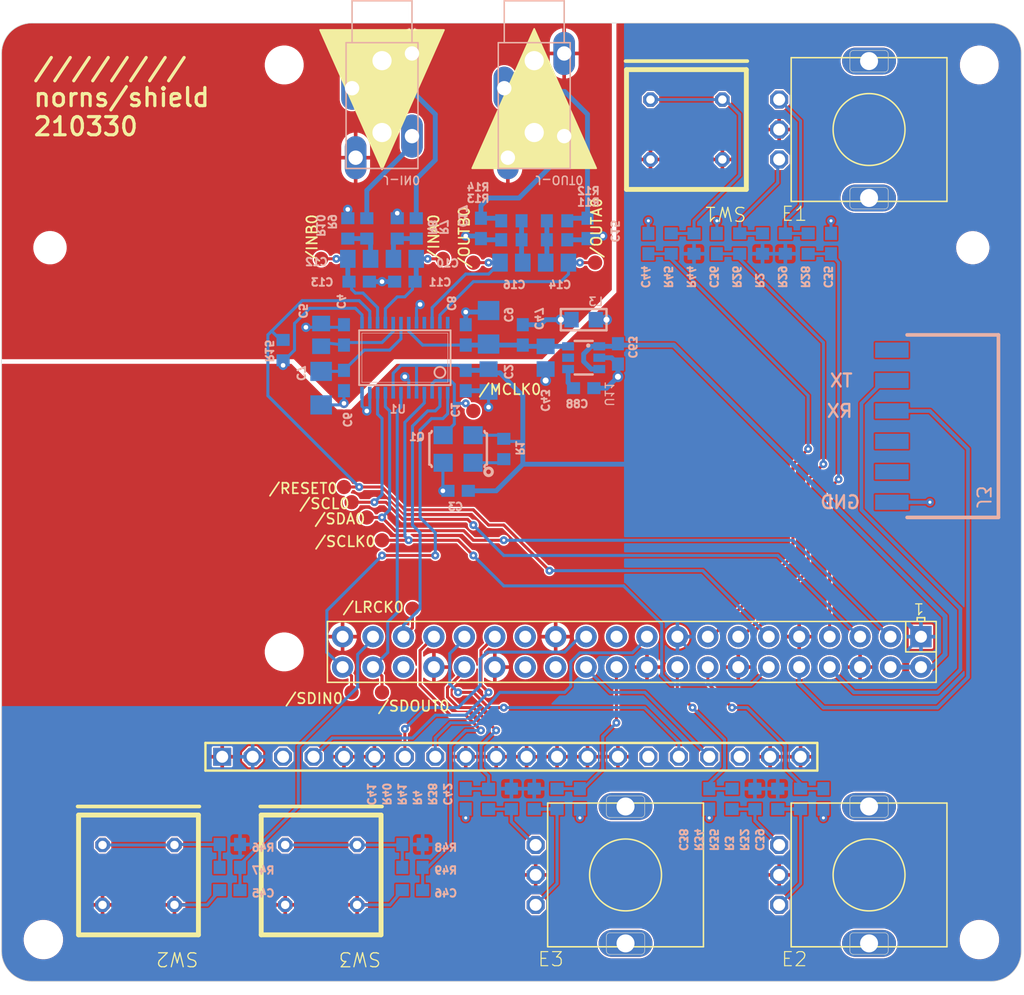
<source format=kicad_pcb>
(kicad_pcb (version 20240108) (generator "pcbnew") (generator_version "8.0")
  (layers (0 "F.Cu" signal) (31 "B.Cu" signal) (34 "B.Paste" user) (35 "F.Paste" user) (36 "B.SilkS" user "B.Silkscreen") (37 "F.SilkS" user "F.Silkscreen") (38 "B.Mask" user) (39 "F.Mask" user) (44 "Edge.Cuts" user))
  (net 0 "")
  (net 1 "LRCK")
  (net 2 "SCLK")
  (net 3 "+3V3")
  (net 4 "GND")
  (net 5 "SDA")
  (net 6 "N$1")
  (net 7 "N$4")
  (net 8 "N$5")
  (net 9 "INA")
  (net 10 "INB")
  (net 11 "AGND")
  (net 12 "OUTA")
  (net 13 "OUTB")
  (net 14 "N$9")
  (net 15 "N$10")
  (net 16 "N$12")
  (net 17 "N$14")
  (net 18 "N$15")
  (net 19 "N$13")
  (net 20 "N$16")
  (net 21 "+5V")
  (net 22 "MCLK")
  (net 23 "R-CODEC")
  (net 24 "SDOUT")
  (net 25 "SDIN")
  (net 26 "SCL")
  (net 27 "TX")
  (net 28 "RX")
  (net 29 "N$19")
  (net 30 "N$18")
  (net 31 "A1")
  (net 32 "B1")
  (net 33 "N$22")
  (net 34 "N$25")
  (net 35 "N$27")
  (net 36 "N$28")
  (net 37 "B2")
  (net 38 "A2")
  (net 39 "B3")
  (net 40 "A3")
  (net 41 "K1")
  (net 42 "K2")
  (net 43 "K3")
  (net 44 "O_RESET")
  (net 45 "O_DC")
  (net 46 "CE0")
  (net 47 "SCK")
  (net 48 "MOSI")
  (net 49 "N$2")
  (net 50 "N$3")
  (net 51 "N$6")
  (net 52 "N$58")
  (net 53 "A5V")
  (net 54 "N$7")
  (footprint "norns-shield-210330:TP12R" (layer "F.Cu") (at 136.4361 106.2736 -90)
    (property "Reference" "/SDA0")
    (property "Value" "TPTP12R")
  )
  (footprint "norns-shield-210330:TP12R" (layer "F.Cu") (at 132.6261 84.6836 90)
    (property "Reference" "/INB0")
    (property "Value" "TPTP12R")
  )
  (footprint "norns-shield-210330:PEC11RN" (layer "F.Cu") (at 158.0261 136.1186 -90)
    (property "Reference" "E3")
    (property "Value" "ENC")
    (fp_line (start -5.1 1.6) (end -6.3 1.6) (stroke (width 0.05)) (layer "Edge.Cuts"))
    (fp_line (start 6.33 1.6) (end 5.13 1.6) (stroke (width 0.05)) (layer "Edge.Cuts"))
    (fp_line (start -6.6 1.3) (end -6.6 -1.3) (stroke (width 0.05)) (layer "Edge.Cuts"))
    (fp_line (start 4.83 1.3) (end 4.83 -1.3) (stroke (width 0.05)) (layer "Edge.Cuts"))
    (fp_line (start -4.8 -1.3) (end -4.8 1.3) (stroke (width 0.05)) (layer "Edge.Cuts"))
    (fp_line (start 6.63 -1.3) (end 6.63 1.3) (stroke (width 0.05)) (layer "Edge.Cuts"))
    (fp_line (start -6.3 -1.6) (end -5.1 -1.6) (stroke (width 0.05)) (layer "Edge.Cuts"))
    (fp_line (start 5.13 -1.6) (end 6.33 -1.6) (stroke (width 0.05)) (layer "Edge.Cuts"))
    (fp_arc (start -6.3 1.6) (mid -6.512132 1.512132) (end -6.6 1.3) (stroke (width 0.05)) (layer "Edge.Cuts"))
    (fp_arc (start 5.13 1.6) (mid 4.917868 1.512132) (end 4.83 1.3) (stroke (width 0.05)) (layer "Edge.Cuts"))
    (fp_arc (start -4.8 1.3) (mid -4.887868 1.512132) (end -5.1 1.6) (stroke (width 0.05)) (layer "Edge.Cuts"))
    (fp_arc (start 6.63 1.3) (mid 6.542132 1.512132) (end 6.33 1.6) (stroke (width 0.05)) (layer "Edge.Cuts"))
    (fp_arc (start -6.6 -1.3) (mid -6.512132 -1.512132) (end -6.3 -1.6) (stroke (width 0.05)) (layer "Edge.Cuts"))
    (fp_arc (start 4.83 -1.3) (mid 4.917868 -1.512132) (end 5.13 -1.6) (stroke (width 0.05)) (layer "Edge.Cuts"))
    (fp_arc (start -5.1 -1.6) (mid -4.887868 -1.512132) (end -4.8 -1.3) (stroke (width 0.05)) (layer "Edge.Cuts"))
    (fp_arc (start 6.33 -1.6) (mid 6.542132 -1.512132) (end 6.63 -1.3) (stroke (width 0.05)) (layer "Edge.Cuts"))
  )
  (footprint "" (layer "F.Cu") (at 109.4486 141.5161)
    (property "Reference" "@HOLE1" (hide yes))
    (property "Value" "")
  )
  (footprint "norns-shield-210330:TP12R" (layer "F.Cu") (at 137.7061 108.1786 -90)
    (property "Reference" "/SCLK0")
    (property "Value" "TPTP12R")
  )
  (footprint "norns-shield-210330:TP12R" (layer "F.Cu") (at 142.7861 84.6836 90)
    (property "Reference" "/INA0")
    (property "Value" "TPTP12R")
  )
  (footprint "norns-shield-210330:TP12R" (layer "F.Cu") (at 140.2461 113.8936 180)
    (property "Reference" "/LRCK0")
    (property "Value" "TPTP12R")
  )
  (footprint "norns-shield-210330:TP12R" (layer "F.Cu") (at 135.1661 120.8786 180)
    (property "Reference" "/SDIN0")
    (property "Value" "TPTP12R")
  )
  (footprint "norns-shield-210330:TP12R" (layer "F.Cu") (at 145.3261 97.3836 180)
    (property "Reference" "/MCLK0")
    (property "Value" "TPTP12R")
  )
  (footprint "norns-shield-210330:PVA1" (layer "F.Cu") (at 117.3861 136.1186 180)
    (property "Reference" "SW2")
    (property "Value" "PVA1")
  )
  (footprint "norns-shield-210330:TP12R" (layer "F.Cu") (at 137.7061 120.8786 180)
    (property "Reference" "/SDOUT0")
    (property "Value" "TPTP12R")
  )
  (footprint "norns-shield-210330:PEC11RN" (layer "F.Cu") (at 178.3461 73.8886 -90)
    (property "Reference" "E1")
    (property "Value" "ENC")
    (fp_line (start -5.1 1.6) (end -6.3 1.6) (stroke (width 0.05)) (layer "Edge.Cuts"))
    (fp_line (start 6.33 1.6) (end 5.13 1.6) (stroke (width 0.05)) (layer "Edge.Cuts"))
    (fp_line (start -6.6 1.3) (end -6.6 -1.3) (stroke (width 0.05)) (layer "Edge.Cuts"))
    (fp_line (start 4.83 1.3) (end 4.83 -1.3) (stroke (width 0.05)) (layer "Edge.Cuts"))
    (fp_line (start -4.8 -1.3) (end -4.8 1.3) (stroke (width 0.05)) (layer "Edge.Cuts"))
    (fp_line (start 6.63 -1.3) (end 6.63 1.3) (stroke (width 0.05)) (layer "Edge.Cuts"))
    (fp_line (start -6.3 -1.6) (end -5.1 -1.6) (stroke (width 0.05)) (layer "Edge.Cuts"))
    (fp_line (start 5.13 -1.6) (end 6.33 -1.6) (stroke (width 0.05)) (layer "Edge.Cuts"))
    (fp_arc (start -6.3 1.6) (mid -6.512132 1.512132) (end -6.6 1.3) (stroke (width 0.05)) (layer "Edge.Cuts"))
    (fp_arc (start 5.13 1.6) (mid 4.917868 1.512132) (end 4.83 1.3) (stroke (width 0.05)) (layer "Edge.Cuts"))
    (fp_arc (start -4.8 1.3) (mid -4.887868 1.512132) (end -5.1 1.6) (stroke (width 0.05)) (layer "Edge.Cuts"))
    (fp_arc (start 6.63 1.3) (mid 6.542132 1.512132) (end 6.33 1.6) (stroke (width 0.05)) (layer "Edge.Cuts"))
    (fp_arc (start -6.6 -1.3) (mid -6.512132 -1.512132) (end -6.3 -1.6) (stroke (width 0.05)) (layer "Edge.Cuts"))
    (fp_arc (start 4.83 -1.3) (mid 4.917868 -1.512132) (end 5.13 -1.6) (stroke (width 0.05)) (layer "Edge.Cuts"))
    (fp_arc (start -5.1 -1.6) (mid -4.887868 -1.512132) (end -4.8 -1.3) (stroke (width 0.05)) (layer "Edge.Cuts"))
    (fp_arc (start 6.33 -1.6) (mid 6.542132 -1.512132) (end 6.63 -1.3) (stroke (width 0.05)) (layer "Edge.Cuts"))
  )
  (footprint "norns-shield-210330:PVA1" (layer "F.Cu") (at 163.1061 73.8886 180)
    (property "Reference" "SW1")
    (property "Value" "PVA1")
  )
  (footprint "" (layer "F.Cu") (at 187.5536 141.5161)
    (property "Reference" "@HOLE0" (hide yes))
    (property "Value" "")
  )
  (footprint "norns-shield-210330:TP12R" (layer "F.Cu") (at 134.5311 103.7336)
    (property "Reference" "/RESET0")
    (property "Value" "TPTP12R")
  )
  (footprint "norns-shield-210330:RASPI_BOARD_B+_EDGES_3DRILL" (layer "F.Cu") (at 191.0461 64.9986 180)
    (property "Reference" "X1" (hide yes))
    (property "Value" "RASPI_BOARD_B+#_E3" (hide yes))
  )
  (footprint "norns-shield-210330:OLED-ALEPH" (layer "F.Cu") (at 148.5011 105.0036 180)
    (property "Reference" "U$1" (hide yes))
    (property "Value" "OLED128X64")
  )
  (footprint "norns-shield-210330:PVA1" (layer "F.Cu") (at 132.6261 136.1186 180)
    (property "Reference" "SW3")
    (property "Value" "PVA1")
  )
  (footprint "norns-shield-210330:TP12R" (layer "F.Cu") (at 135.1661 105.0036 -90)
    (property "Reference" "/SCL0")
    (property "Value" "TPTP12R")
  )
  (footprint "norns-shield-210330:TP12R" (layer "F.Cu") (at 155.4861 85.0011 90)
    (property "Reference" "/OUTA0")
    (property "Value" "TPTP12R")
  )
  (footprint "norns-shield-210330:PEC11RN" (layer "F.Cu") (at 178.3461 136.1186 -90)
    (property "Reference" "E2")
    (property "Value" "ENC")
    (fp_line (start -5.1 1.6) (end -6.3 1.6) (stroke (width 0.05)) (layer "Edge.Cuts"))
    (fp_line (start 6.33 1.6) (end 5.13 1.6) (stroke (width 0.05)) (layer "Edge.Cuts"))
    (fp_line (start -6.6 1.3) (end -6.6 -1.3) (stroke (width 0.05)) (layer "Edge.Cuts"))
    (fp_line (start 4.83 1.3) (end 4.83 -1.3) (stroke (width 0.05)) (layer "Edge.Cuts"))
    (fp_line (start -4.8 -1.3) (end -4.8 1.3) (stroke (width 0.05)) (layer "Edge.Cuts"))
    (fp_line (start 6.63 -1.3) (end 6.63 1.3) (stroke (width 0.05)) (layer "Edge.Cuts"))
    (fp_line (start -6.3 -1.6) (end -5.1 -1.6) (stroke (width 0.05)) (layer "Edge.Cuts"))
    (fp_line (start 5.13 -1.6) (end 6.33 -1.6) (stroke (width 0.05)) (layer "Edge.Cuts"))
    (fp_arc (start -6.3 1.6) (mid -6.512132 1.512132) (end -6.6 1.3) (stroke (width 0.05)) (layer "Edge.Cuts"))
    (fp_arc (start 5.13 1.6) (mid 4.917868 1.512132) (end 4.83 1.3) (stroke (width 0.05)) (layer "Edge.Cuts"))
    (fp_arc (start -4.8 1.3) (mid -4.887868 1.512132) (end -5.1 1.6) (stroke (width 0.05)) (layer "Edge.Cuts"))
    (fp_arc (start 6.63 1.3) (mid 6.542132 1.512132) (end 6.33 1.6) (stroke (width 0.05)) (layer "Edge.Cuts"))
    (fp_arc (start -6.6 -1.3) (mid -6.512132 -1.512132) (end -6.3 -1.6) (stroke (width 0.05)) (layer "Edge.Cuts"))
    (fp_arc (start 4.83 -1.3) (mid 4.917868 -1.512132) (end 5.13 -1.6) (stroke (width 0.05)) (layer "Edge.Cuts"))
    (fp_arc (start -5.1 -1.6) (mid -4.887868 -1.512132) (end -4.8 -1.3) (stroke (width 0.05)) (layer "Edge.Cuts"))
    (fp_arc (start 6.33 -1.6) (mid 6.542132 -1.512132) (end 6.63 -1.3) (stroke (width 0.05)) (layer "Edge.Cuts"))
  )
  (footprint "norns-shield-210330:TP12R" (layer "F.Cu") (at 145.3261 85.0011 90)
    (property "Reference" "/OUTB0")
    (property "Value" "TPTP12R")
  )
  (footprint "norns-shield-210330:R0603" (layer "B.Cu") (at 148.5011 81.5086 180)
    (property "Reference" "R14")
    (property "Value" "590")
  )
  (footprint "norns-shield-210330:L0805" (layer "B.Cu") (at 154.5336 89.7636)
    (property "Reference" "L3")
    (property "Value" "FERRITE")
  )
  (footprint "norns-shield-210330:C0603" (layer "B.Cu") (at 165.6461 83.4136 90)
    (property "Reference" "C36")
    (property "Value" "10n")
  )
  (footprint "norns-shield-210330:C0603" (layer "B.Cu") (at 174.5361 129.7686 -90)
    (property "Reference" "C39")
    (property "Value" "10n")
  )
  (footprint "norns-shield-210330:C0603" (layer "B.Cu") (at 154.8511 82.1436 -90)
    (property "Reference" "C15")
    (property "Value" "2700p COG")
  )
  (footprint "norns-shield-210330:C0603" (layer "B.Cu") (at 134.5311 94.8436 -90)
    (property "Reference" "C6")
    (property "Value" "100n")
  )
  (footprint "norns-shield-210330:R0603" (layer "B.Cu") (at 152.3111 129.7686 90)
    (property "Reference" "R38")
    (property "Value" "10k")
  )
  (footprint "norns-shield-210330:C0603" (layer "B.Cu") (at 134.5311 91.0336 90)
    (property "Reference" "C4")
    (property "Value" "100n")
  )
  (footprint "norns-shield-210330:C0603" (layer "B.Cu") (at 145.9611 82.1436 -90)
    (property "Reference" "C17")
    (property "Value" "2700p COG")
  )
  (footprint "norns-shield-210330:C0603" (layer "B.Cu") (at 154.5336 95.4786)
    (property "Reference" "C88")
    (property "Value" "10n")
  )
  (footprint "norns-shield-210330:R0603" (layer "B.Cu") (at 129.4511 92.3036 -90)
    (property "Reference" "R15")
    (property "Value" "10k")
  )
  (footprint "norns-shield-210330:R0603" (layer "B.Cu") (at 168.8211 129.7686 90)
    (property "Reference" "R35")
    (property "Value" "10k")
  )
  (footprint "norns-shield-210330:C0603" (layer "B.Cu") (at 157.3911 92.6211 -90)
    (property "Reference" "C63")
    (property "Value" "100n")
  )
  (footprint "norns-shield-210330:C0603" (layer "B.Cu") (at 144.6911 129.7686 -90)
    (property "Reference" "C41")
    (property "Value" "10n")
  )
  (footprint "norns-shield-210330:JACK4832.2330" (layer "B.Cu") (at 137.7061 67.5386)
    (property "Reference" "J-IN0")
    (property "Value" "JACK-TRS-SW" (hide yes))
  )
  (footprint "norns-shield-210330:C0603" (layer "B.Cu") (at 144.6911 91.0336 90)
    (property "Reference" "C8")
    (property "Value" "100n")
  )
  (footprint "norns-shield-210330:R0603" (layer "B.Cu") (at 147.8661 100.5586 -90)
    (property "Reference" "R1")
    (property "Value" "10k")
  )
  (footprint "norns-shield-210330:R0603" (layer "B.Cu") (at 134.8486 82.1436 90)
    (property "Reference" "R10")
    (property "Value" "10k")
  )
  (footprint "norns-shield-210330:C0603" (layer "B.Cu") (at 140.2461 137.3886 180)
    (property "Reference" "C46")
    (property "Value" "10n")
  )
  (footprint "norns-shield-210330:R0603" (layer "B.Cu") (at 152.3111 81.5086)
    (property "Reference" "R12")
    (property "Value" "590")
  )
  (footprint "norns-shield-210330:C0603" (layer "B.Cu") (at 154.2161 129.7686 -90)
    (property "Reference" "C42")
    (property "Value" "10n")
  )
  (footprint "norns-shield-210330:C0603" (layer "B.Cu") (at 159.9311 83.4136 90)
    (property "Reference" "C44")
    (property "Value" "10n")
  )
  (footprint "norns-shield-210330:R0603" (layer "B.Cu") (at 152.3111 83.0961)
    (property "Reference" "R11")
    (property "Value" "10k")
  )
  (footprint "norns-shield-210330:R0603" (layer "B.Cu") (at 169.4561 83.4136 -90)
    (property "Reference" "R2")
    (property "Value" "10k")
  )
  (footprint "norns-shield-210330:R0603" (layer "B.Cu") (at 163.7411 83.4136 90)
    (property "Reference" "R44")
    (property "Value" "10k")
  )
  (footprint "norns-shield-210330:C0805" (layer "B.Cu") (at 135.8011 84.6836)
    (property "Reference" "C12")
    (property "Value" "10u")
  )
  (footprint "norns-shield-210330:R0603" (layer "B.Cu") (at 161.8361 83.4136 -90)
    (property "Reference" "R45")
    (property "Value" "10k")
  )
  (footprint "norns-shield-210330:C0805" (layer "B.Cu") (at 139.6111 84.6836 180)
    (property "Reference" "C10")
    (property "Value" "10u")
  )
  (footprint "norns-shield-210330:JACK4832.2330" (layer "B.Cu") (at 150.4061 67.5386)
    (property "Reference" "J-OUT0")
    (property "Value" "JACK-TRS-SW" (hide yes))
  )
  (footprint "norns-shield-210330:R0603" (layer "B.Cu") (at 171.3611 83.4136 -90)
    (property "Reference" "R29")
    (property "Value" "10k")
  )
  (footprint "norns-shield-210330:R0603" (layer "B.Cu") (at 138.9761 82.1436 90)
    (property "Reference" "R8")
    (property "Value" "10k")
  )
  (footprint "norns-shield-210330:R0603" (layer "B.Cu") (at 148.5011 129.7686 90)
    (property "Reference" "R41")
    (property "Value" "10k")
  )
  (footprint "norns-shield-210330:R0603" (layer "B.Cu") (at 136.4361 82.1436 90)
    (property "Reference" "R9")
    (property "Value" "4.99k")
  )
  (footprint "norns-shield-210330:C0603" (layer "B.Cu") (at 165.0111 129.7686 -90)
    (property "Reference" "C38")
    (property "Value" "10n")
  )
  (footprint "norns-shield-210330:R0603" (layer "B.Cu") (at 150.4061 129.7686 90)
    (property "Reference" "R4")
    (property "Value" "10k")
  )
  (footprint "norns-shield-210330:R0603" (layer "B.Cu") (at 125.0061 135.4836)
    (property "Reference" "R47")
    (property "Value" "10k")
  )
  (footprint "norns-shield-210330:C1206" (layer "B.Cu") (at 146.5961 90.3986 90)
    (property "Reference" "C9")
    (property "Value" "47u")
  )
  (footprint "norns-shield-210330:SSOP6" (layer "B.Cu") (at 154.5336 92.9386 -90)
    (property "Reference" "U11")
    (property "Value" "TPS793")
  )
  (footprint "norns-shield-210330:C0805" (layer "B.Cu") (at 146.5961 94.8436 -90)
    (property "Reference" "C2")
    (property "Value" "10u")
  )
  (footprint "norns-shield-210330:R0603" (layer "B.Cu") (at 167.5511 83.4136 -90)
    (property "Reference" "R26")
    (property "Value" "10k")
  )
  (footprint "norns-shield-210330:R0603" (layer "B.Cu") (at 140.2461 135.4836)
    (property "Reference" "R49")
    (property "Value" "10k")
  )
  (footprint "norns-shield-210330:R0603" (layer "B.Cu") (at 140.5636 82.1436 90)
    (property "Reference" "R7")
    (property "Value" "4.99k")
  )
  (footprint "norns-shield-210330:ISP-ROW" (layer "B.Cu") (at 180.2511 98.6536 90)
    (property "Reference" "J3")
    (property "Value" "ISP-ROW" (hide yes))
  )
  (footprint "norns-shield-210330:C0603" (layer "B.Cu") (at 144.6911 94.8436 -90)
    (property "Reference" "C1")
    (property "Value" "100n")
  )
  (footprint "norns-shield-210330:C0603" (layer "B.Cu") (at 149.4536 91.0336 90)
    (property "Reference" "C47")
    (property "Value" "100n")
  )
  (footprint "norns-shield-210330:C1206" (layer "B.Cu") (at 132.6261 95.4786 -90)
    (property "Reference" "C7")
    (property "Value" "47u")
  )
  (footprint "norns-shield-210330:TSSOP24" (layer "B.Cu") (at 139.6111 92.9386 180)
    (property "Reference" "U1")
    (property "Value" "CS4270")
  )
  (footprint "norns-shield-210330:R0603" (layer "B.Cu") (at 173.2661 83.4136 -90)
    (property "Reference" "R28")
    (property "Value" "10k")
  )
  (footprint "norns-shield-210330:R0603" (layer "B.Cu") (at 172.6311 129.7686 90)
    (property "Reference" "R32")
    (property "Value" "10k")
  )
  (footprint "norns-shield-210330:R0603" (layer "B.Cu") (at 125.0061 133.5786 180)
    (property "Reference" "R46")
    (property "Value" "10k")
  )
  (footprint "norns-shield-210330:R0603" (layer "B.Cu") (at 148.5011 83.0961 180)
    (property "Reference" "R13")
    (property "Value" "10k")
  )
  (footprint "norns-shield-210330:C0603" (layer "B.Cu") (at 144.0561 104.0511 180)
    (property "Reference" "C3")
    (property "Value" "10n")
  )
  (footprint "norns-shield-210330:C0805" (layer "B.Cu") (at 152.3111 85.0011 180)
    (property "Reference" "C14")
    (property "Value" "3.3u")
  )
  (footprint "norns-shield-210330:C0603" (layer "B.Cu") (at 125.0061 137.3886 180)
    (property "Reference" "C45")
    (property "Value" "10n")
  )
  (footprint "norns-shield-210330:R0603" (layer "B.Cu") (at 146.5961 129.7686 90)
    (property "Reference" "R40")
    (property "Value" "10k")
  )
  (footprint "norns-shield-210330:C0603" (layer "B.Cu") (at 175.1711 83.4136 90)
    (property "Reference" "C35")
    (property "Value" "10n")
  )
  (footprint "norns-shield-210330:ASF" (layer "B.Cu") (at 144.0561 100.5586 180)
    (property "Reference" "Q1")
    (property "Value" "ASFL-12.288mhz")
  )
  (footprint "norns-shield-210330:R0603" (layer "B.Cu") (at 166.9161 129.7686 90)
    (property "Reference" "R34")
    (property "Value" "10k")
  )
  (footprint "norns-shield-210330:C0603" (layer "B.Cu") (at 139.6111 86.5886 180)
    (property "Reference" "C11")
    (property "Value" "220p COG")
  )
  (footprint "norns-shield-210330:R0603" (layer "B.Cu") (at 170.7261 129.7686 90)
    (property "Reference" "R3")
    (property "Value" "10k")
  )
  (footprint "norns-shield-210330:C0805" (layer "B.Cu") (at 151.3586 92.9386 -90)
    (property "Reference" "C43")
    (property "Value" "10u")
  )
  (footprint "norns-shield-210330:C0805" (layer "B.Cu") (at 148.5011 85.0011)
    (property "Reference" "C16")
    (property "Value" "3.3u")
  )
  (footprint "norns-shield-210330:C0805" (layer "B.Cu") (at 132.6261 91.0336 90)
    (property "Reference" "C5")
    (property "Value" "10u")
  )
  (footprint "norns-shield-210330:R0603" (layer "B.Cu") (at 140.2461 133.5786 180)
    (property "Reference" "R48")
    (property "Value" "10k")
  )
  (footprint "norns-shield-210330:C0603" (layer "B.Cu") (at 135.8011 86.5886)
    (property "Reference" "C13")
    (property "Value" "220p COG")
  )
  (gr_circle (center 146.5961 102.4636) (end 146.9136 102.4636) (stroke (width 0.254)) (fill none) (layer "B.SilkS"))
  (gr_arc (start 105.9561 67.5386) (mid 106.700049 65.742549) (end 108.4961 64.9986) (stroke (width 0.05)) (layer "Edge.Cuts"))
  (gr_line (start 108.4961 145.0086) (end 188.5061 145.0086) (stroke (width 0.05)) (layer "Edge.Cuts"))
  (gr_arc (start 191.0461 142.4686) (mid 190.302151 144.264651) (end 188.5061 145.0086) (stroke (width 0.05)) (layer "Edge.Cuts"))
  (gr_line (start 188.5061 64.9986) (end 108.4961 64.9986) (stroke (width 0.05)) (layer "Edge.Cuts"))
  (gr_arc (start 108.4961 145.0086) (mid 106.700049 144.264651) (end 105.9561 142.4686) (stroke (width 0.05)) (layer "Edge.Cuts"))
  (gr_arc (start 188.5061 64.9986) (mid 190.302151 65.742549) (end 191.0461 67.5386) (stroke (width 0.05)) (layer "Edge.Cuts"))
  (gr_line (start 191.0461 142.4686) (end 191.0461 67.5386) (stroke (width 0.05)) (layer "Edge.Cuts"))
  (gr_line (start 105.9561 67.5386) (end 105.9561 142.4686) (stroke (width 0.05)) (layer "Edge.Cuts"))
  (gr_text "TX" (at 177.0761 95.4786 0) (layer "B.SilkS") (effects (font (size 1.0795 1.0795) (thickness 0.1905)) (justify left bottom mirror)))
  (gr_text "RX" (at 177.0761 98.0186 0) (layer "B.SilkS") (effects (font (size 1.0795 1.0795) (thickness 0.1905)) (justify left bottom mirror)))
  (gr_text "GND" (at 177.7111 105.6386 0) (layer "B.SilkS") (effects (font (size 1.0795 1.0795) (thickness 0.1905)) (justify left bottom mirror)))
  (gr_text "////////\nnorns/shield\n210330" (at 108.4961 74.5236 0) (layer "F.SilkS") (effects (font (size 1.5113 1.5113) (thickness 0.2667)) (justify left bottom)))
  (segment (start 140.2461 115.4786) (end 139.4961 116.2286) (width 0.254) (layer "F.Cu") (net 1))
  (segment (start 140.2461 113.8936) (end 140.2461 115.4786) (width 0.254) (layer "F.Cu") (net 1))
  (segment (start 142.5361 96.9986) (end 142.1511 97.3836) (width 0.254) (layer "B.Cu") (net 1))
  (segment (start 140.2461 106.9086) (end 140.8811 107.5436) (width 0.254) (layer "B.Cu") (net 1))
  (segment (start 141.5161 97.3836) (end 140.2461 98.6536) (width 0.254) (layer "B.Cu") (net 1))
  (segment (start 142.1511 97.3836) (end 141.5161 97.3836) (width 0.254) (layer "B.Cu") (net 1))
  (segment (start 142.5361 95.8564) (end 142.5361 96.9986) (width 0.254) (layer "B.Cu") (net 1))
  (segment (start 140.2461 98.6536) (end 140.2461 106.9086) (width 0.254) (layer "B.Cu") (net 1))
  (segment (start 139.4961 115.2786) (end 140.8811 113.8936) (width 0.254) (layer "B.Cu") (net 1))
  (segment (start 139.4961 116.2286) (end 139.4961 115.2786) (width 0.254) (layer "B.Cu") (net 1))
  (segment (start 140.8811 107.5436) (end 140.8811 113.8936) (width 0.254) (layer "B.Cu") (net 1))
  (segment (start 144.0561 108.1786) (end 145.3261 109.4486) (width 0.254) (layer "F.Cu") (net 2))
  (segment (start 137.7061 108.1786) (end 139.9286 108.1786) (width 0.254) (layer "F.Cu") (net 2))
  (segment (start 139.9286 108.1786) (end 144.0561 108.1786) (width 0.254) (layer "F.Cu") (net 2))
  (via (at 139.9286 108.1786) (size 0.6604) (drill 0.254) (layers "F.Cu" "B.Cu") (net 2))
  (via (at 145.3261 109.4486) (size 0.6604) (drill 0.254) (layers "F.Cu" "B.Cu") (net 2))
  (segment (start 161.04235 119.44985) (end 161.8361 120.2436) (width 0.254) (layer "B.Cu") (net 2))
  (segment (start 161.8361 120.2436) (end 168.5011 120.2436) (width 0.254) (layer "B.Cu") (net 2))
  (segment (start 168.5011 120.2436) (end 169.9761 118.7686) (width 0.254) (layer "B.Cu") (net 2))
  (segment (start 141.2361 96.7111) (end 139.6111 98.3361) (width 0.254) (layer "B.Cu") (net 2))
  (segment (start 139.6111 107.8611) (end 139.9286 108.1786) (width 0.254) (layer "B.Cu") (net 2))
  (segment (start 139.6111 98.3361) (end 139.6111 107.8611) (width 0.254) (layer "B.Cu") (net 2))
  (segment (start 157.86735 111.9886) (end 161.04235 115.1636) (width 0.254) (layer "B.Cu") (net 2))
  (segment (start 145.3261 109.4486) (end 147.8661 111.9886) (width 0.254) (layer "B.Cu") (net 2))
  (segment (start 141.2361 95.8564) (end 141.2361 96.7111) (width 0.254) (layer "B.Cu") (net 2))
  (segment (start 161.04235 115.1636) (end 161.04235 119.44985) (width 0.254) (layer "B.Cu") (net 2))
  (segment (start 147.8661 111.9886) (end 157.86735 111.9886) (width 0.254) (layer "B.Cu") (net 2))
  (segment (start 147.5486 94.2086) (end 146.9111 94.2086) (width 0.4064) (layer "B.Cu") (net 3))
  (segment (start 162.3561 116.3186) (end 163.58235 117.54485) (width 0.254) (layer "B.Cu") (net 3))
  (segment (start 162.3561 116.2286) (end 162.3561 116.3186) (width 0.254) (layer "B.Cu") (net 3))
  (segment (start 168.2761 101.8286) (end 182.6761 116.2286) (width 0.4064) (layer "B.Cu") (net 3))
  (segment (start 147.2311 104.0511) (end 149.4536 101.8286) (width 0.4064) (layer "B.Cu") (net 3))
  (segment (start 147.3661 99.4086) (end 147.8661 99.7086) (width 0.254) (layer "B.Cu") (net 3))
  (segment (start 163.58235 117.54485) (end 181.35985 117.54485) (width 0.254) (layer "B.Cu") (net 3))
  (segment (start 144.9061 104.0511) (end 147.2311 104.0511) (width 0.4064) (layer "B.Cu") (net 3))
  (segment (start 140.5861 95.8564) (end 140.5861 93.5736) (width 0.254) (layer "B.Cu") (net 3))
  (segment (start 146.9111 94.2086) (end 146.5961 93.8936) (width 0.254) (layer "B.Cu") (net 3))
  (segment (start 149.4536 99.9236) (end 149.4536 96.1136) (width 0.4064) (layer "B.Cu") (net 3))
  (segment (start 149.4536 101.8286) (end 149.4536 99.9236) (width 0.4064) (layer "B.Cu") (net 3))
  (segment (start 146.3811 93.9936) (end 146.5961 94.2086) (width 0.4064) (layer "B.Cu") (net 3))
  (segment (start 147.8661 99.9236) (end 149.4536 99.9236) (width 0.254) (layer "B.Cu") (net 3))
  (segment (start 181.35985 117.54485) (end 182.6761 116.2286) (width 0.254) (layer "B.Cu") (net 3))
  (segment (start 149.4536 101.8286) (end 168.2761 101.8286) (width 0.4064) (layer "B.Cu") (net 3))
  (segment (start 146.5961 94.2086) (end 146.2961 94.1936) (width 0.4064) (layer "B.Cu") (net 3))
  (segment (start 138.6361 94.2311) (end 139.2936 93.5736) (width 0.254) (layer "B.Cu") (net 3))
  (segment (start 138.6361 95.8564) (end 138.6361 94.2311) (width 0.254) (layer "B.Cu") (net 3))
  (segment (start 146.4961 93.9936) (end 146.5961 93.8936) (width 0.254) (layer "B.Cu") (net 3))
  (segment (start 144.0711 93.5736) (end 144.6911 93.9936) (width 0.254) (layer "B.Cu") (net 3))
  (segment (start 145.3061 99.4086) (end 147.3661 99.4086) (width 0.254) (layer "B.Cu") (net 3))
  (segment (start 149.4536 96.1136) (end 147.5486 94.2086) (width 0.4064) (layer "B.Cu") (net 3))
  (segment (start 146.2961 94.1936) (end 146.5961 93.8936) (width 0.254) (layer "B.Cu") (net 3))
  (segment (start 144.6911 93.9936) (end 146.3811 93.9936) (width 0.4064) (layer "B.Cu") (net 3))
  (segment (start 147.8661 99.7086) (end 147.8661 99.9236) (width 0.254) (layer "B.Cu") (net 3))
  (segment (start 139.2936 93.5736) (end 140.5861 93.5736) (width 0.254) (layer "B.Cu") (net 3))
  (segment (start 140.5861 93.5736) (end 144.0711 93.5736) (width 0.254) (layer "B.Cu") (net 3))
  (via (at 136.4361 97.3836) (size 0.7874) (drill 0.381) (layers "F.Cu" "B.Cu") (net 4))
  (via (at 144.6911 131.3561) (size 0.6604) (drill 0.254) (layers "F.Cu" "B.Cu") (net 4))
  (via (at 175.1711 81.5086) (size 0.6604) (drill 0.254) (layers "F.Cu" "B.Cu") (net 4))
  (via (at 165.6461 81.5086) (size 0.6604) (drill 0.254) (layers "F.Cu" "B.Cu") (net 4))
  (via (at 146.5961 97.0661) (size 0.7874) (drill 0.381) (layers "F.Cu" "B.Cu") (net 4))
  (via (at 129.4511 93.5736) (size 0.7874) (drill 0.381) (layers "F.Cu" "B.Cu") (net 4))
  (via (at 154.2161 131.3561) (size 0.6604) (drill 0.254) (layers "F.Cu" "B.Cu") (net 4))
  (via (at 142.7861 104.0511) (size 0.7874) (drill 0.381) (layers "F.Cu" "B.Cu") (net 4))
  (via (at 139.6111 94.5261) (size 0.7874) (drill 0.381) (layers "F.Cu" "B.Cu") (net 4))
  (via (at 174.5361 131.3561) (size 0.6604) (drill 0.254) (layers "F.Cu" "B.Cu") (net 4))
  (via (at 156.4386 89.7636) (size 0.9064) (drill 0.5) (layers "F.Cu" "B.Cu") (net 4))
  (via (at 157.3911 94.5261) (size 0.9064) (drill 0.5) (layers "F.Cu" "B.Cu") (net 4))
  (via (at 183.4261 105.0036) (size 0.6604) (drill 0.254) (layers "F.Cu" "B.Cu") (net 4))
  (via (at 165.0111 131.3561) (size 0.6604) (drill 0.254) (layers "F.Cu" "B.Cu") (net 4))
  (via (at 151.3586 94.8436) (size 0.9064) (drill 0.5) (layers "F.Cu" "B.Cu") (net 4))
  (via (at 159.9311 81.5086) (size 0.6604) (drill 0.254) (layers "F.Cu" "B.Cu") (net 4))
  (segment (start 136.0361 95.8564) (end 136.0361 96.9836) (width 0.254) (layer "B.Cu") (net 4))
  (segment (start 156.4386 95.4786) (end 157.3911 94.5261) (width 0.4064) (layer "B.Cu") (net 4))
  (segment (start 154.2161 130.6186) (end 154.2161 131.3561) (width 0.254) (layer "B.Cu") (net 4))
  (segment (start 155.5496 89.7636) (end 156.4386 89.7636) (width 0.4064) (layer "B.Cu") (net 4))
  (segment (start 175.1711 82.5636) (end 175.1711 81.5086) (width 0.254) (layer "B.Cu") (net 4))
  (segment (start 136.0361 96.9836) (end 136.4361 97.3836) (width 0.254) (layer "B.Cu") (net 4))
  (segment (start 146.4961 95.6936) (end 146.5961 95.7936) (width 0.4064) (layer "B.Cu") (net 4))
  (segment (start 120.3861 138.6186) (end 123.1261 138.6186) (width 0.254) (layer "B.Cu") (net 4))
  (segment (start 165.6461 82.5636) (end 165.6461 81.5086) (width 0.254) (layer "B.Cu") (net 4))
  (segment (start 135.6261 138.6186) (end 138.3661 138.6186) (width 0.254) (layer "B.Cu") (net 4))
  (segment (start 130.4036 90.0811) (end 130.4036 92.3036) (width 0.254) (layer "B.Cu") (net 4))
  (segment (start 165.0111 130.6186) (end 165.0111 131.3561) (width 0.254) (layer "B.Cu") (net 4))
  (segment (start 159.9311 82.5636) (end 159.9161 82.7636) (width 0.254) (layer "B.Cu") (net 4))
  (segment (start 123.1261 138.6186) (end 124.1561 137.3886) (width 0.254) (layer "B.Cu") (net 4))
  (segment (start 131.6736 88.8111) (end 130.4036 90.0811) (width 0.254) (layer "B.Cu") (net 4))
  (segment (start 139.9361 95.8564) (end 139.9361 94.8511) (width 0.254) (layer "B.Cu") (net 4))
  (segment (start 146.5961 95.7936) (end 146.5961 97.0661) (width 0.254) (layer "B.Cu") (net 4))
  (segment (start 135.4836 88.8111) (end 131.6736 88.8111) (width 0.254) (layer "B.Cu") (net 4))
  (segment (start 155.8336 92.9386) (end 156.8586 92.9386) (width 0.4064) (layer "B.Cu") (net 4))
  (segment (start 174.5361 130.6186) (end 174.5361 131.3561) (width 0.254) (layer "B.Cu") (net 4))
  (segment (start 138.3661 138.6186) (end 139.3961 137.3886) (width 0.254) (layer "B.Cu") (net 4))
  (segment (start 157.3911 93.4711) (end 157.3911 94.5261) (width 0.4064) (layer "B.Cu") (net 4))
  (segment (start 136.0361 89.3636) (end 135.4836 88.8111) (width 0.254) (layer "B.Cu") (net 4))
  (segment (start 144.6911 95.6936) (end 146.4961 95.6936) (width 0.4064) (layer "B.Cu") (net 4))
  (segment (start 136.6861 95.8564) (end 136.6861 97.1336) (width 0.254) (layer "B.Cu") (net 4))
  (segment (start 156.8586 92.9386) (end 157.3911 93.4711) (width 0.4064) (layer "B.Cu") (net 4))
  (segment (start 142.7861 101.7286) (end 142.8061 101.7086) (width 0.254) (layer "B.Cu") (net 4))
  (segment (start 155.3836 95.4786) (end 156.4386 95.4786) (width 0.4064) (layer "B.Cu") (net 4))
  (segment (start 136.6861 97.1336) (end 136.4361 97.3836) (width 0.254) (layer "B.Cu") (net 4))
  (segment (start 129.4511 93.1536) (end 129.7536 92.9536) (width 0.254) (layer "B.Cu") (net 4))
  (segment (start 129.7536 92.9536) (end 130.4036 92.3036) (width 0.254) (layer "B.Cu") (net 4))
  (segment (start 129.4511 93.1536) (end 129.4511 93.5736) (width 0.254) (layer "B.Cu") (net 4))
  (segment (start 136.0361 90.0208) (end 136.0361 89.3636) (width 0.254) (layer "B.Cu") (net 4))
  (segment (start 143.2061 104.0511) (end 142.7861 104.0511) (width 0.254) (layer "B.Cu") (net 4))
  (segment (start 142.7861 104.0511) (end 142.7861 101.7286) (width 0.254) (layer "B.Cu") (net 4))
  (segment (start 159.9161 82.7636) (end 159.9311 81.5086) (width 0.254) (layer "B.Cu") (net 4))
  (segment (start 151.3586 93.8886) (end 151.3586 94.8436) (width 0.4064) (layer "B.Cu") (net 4))
  (segment (start 180.2511 105.0036) (end 183.4261 105.0036) (width 0.3048) (layer "B.Cu") (net 4))
  (segment (start 144.6911 130.6186) (end 144.6911 131.3561) (width 0.254) (layer "B.Cu") (net 4))
  (segment (start 139.9361 94.8511) (end 139.6111 94.5261) (width 0.254) (layer "B.Cu") (net 4))
  (segment (start 136.4361 106.2736) (end 137.7061 106.2736) (width 0.254) (layer "F.Cu") (net 5))
  (segment (start 138.81735 107.38485) (end 144.53235 107.38485) (width 0.254) (layer "F.Cu") (net 5))
  (segment (start 144.53235 107.38485) (end 145.3261 108.1786) (width 0.254) (layer "F.Cu") (net 5))
  (segment (start 137.7061 106.2736) (end 138.81735 107.38485) (width 0.254) (layer "F.Cu") (net 5))
  (segment (start 147.8661 108.1786) (end 145.3261 108.1786) (width 0.254) (layer "F.Cu") (net 5))
  (via (at 147.8661 108.1786) (size 0.6604) (drill 0.254) (layers "F.Cu" "B.Cu") (net 5))
  (via (at 137.7061 106.2736) (size 0.6604) (drill 0.254) (layers "F.Cu" "B.Cu") (net 5))
  (segment (start 138.3411 105.6386) (end 137.7061 106.2736) (width 0.254) (layer "B.Cu") (net 5))
  (segment (start 180.0461 116.2286) (end 171.9961 108.1786) (width 0.254) (layer "B.Cu") (net 5))
  (segment (start 171.9961 108.1786) (end 147.8661 108.1786) (width 0.254) (layer "B.Cu") (net 5))
  (segment (start 138.3411 97.3836) (end 138.3411 105.6386) (width 0.254) (layer "B.Cu") (net 5))
  (segment (start 137.9861 97.0286) (end 138.3411 97.3836) (width 0.254) (layer "B.Cu") (net 5))
  (segment (start 180.1361 116.2286) (end 180.0461 116.2286) (width 0.254) (layer "B.Cu") (net 5))
  (segment (start 137.9861 95.8564) (end 137.9861 97.0286) (width 0.254) (layer "B.Cu") (net 5))
  (segment (start 147.3661 101.7086) (end 147.8661 101.4086) (width 0.254) (layer "B.Cu") (net 6))
  (segment (start 145.3061 101.7086) (end 147.3661 101.7086) (width 0.254) (layer "B.Cu") (net 6))
  (segment (start 134.5311 91.8836) (end 132.9261 91.6836) (width 0.254) (layer "B.Cu") (net 7))
  (segment (start 137.7061 91.6686) (end 134.7461 91.6686) (width 0.254) (layer "B.Cu") (net 7))
  (segment (start 138.6361 90.0208) (end 138.6361 90.7386) (width 0.254) (layer "B.Cu") (net 7))
  (segment (start 132.9261 91.6836) (end 132.6261 91.9836) (width 0.254) (layer "B.Cu") (net 7))
  (segment (start 138.6361 90.7386) (end 137.7061 91.6686) (width 0.254) (layer "B.Cu") (net 7))
  (segment (start 134.7461 91.6686) (end 134.5311 91.8836) (width 0.254) (layer "B.Cu") (net 7))
  (segment (start 139.2861 90.0208) (end 139.2861 91.3586) (width 0.254) (layer "B.Cu") (net 8))
  (segment (start 138.3411 92.3036) (end 136.2211 92.3036) (width 0.254) (layer "B.Cu") (net 8))
  (segment (start 136.2211 92.3036) (end 134.5311 93.9936) (width 0.254) (layer "B.Cu") (net 8))
  (segment (start 132.6261 94.0786) (end 134.4461 94.0786) (width 0.254) (layer "B.Cu") (net 8))
  (segment (start 134.4461 94.0786) (end 134.5311 93.9936) (width 0.254) (layer "B.Cu") (net 8))
  (segment (start 139.2861 91.3586) (end 138.3411 92.3036) (width 0.254) (layer "B.Cu") (net 8))
  (segment (start 141.5161 84.6836) (end 142.7861 84.6836) (width 0.254) (layer "F.Cu") (net 9))
  (via (at 141.5161 84.6836) (size 0.6604) (drill 0.254) (layers "F.Cu" "B.Cu") (net 9))
  (segment (start 138.9761 87.8586) (end 139.6111 87.8586) (width 0.254) (layer "B.Cu") (net 9))
  (segment (start 140.5611 86.4886) (end 140.4611 86.5886) (width 0.4064) (layer "B.Cu") (net 9))
  (segment (start 140.2461 87.2236) (end 140.2461 86.6036) (width 0.254) (layer "B.Cu") (net 9))
  (segment (start 137.9861 88.8486) (end 138.9761 87.8586) (width 0.254) (layer "B.Cu") (net 9))
  (segment (start 137.9861 90.0208) (end 137.9861 88.8486) (width 0.254) (layer "B.Cu") (net 9))
  (segment (start 140.2461 86.6036) (end 140.4611 86.5886) (width 0.254) (layer "B.Cu") (net 9))
  (segment (start 139.6111 87.8586) (end 140.2461 87.2236) (width 0.254) (layer "B.Cu") (net 9))
  (segment (start 140.5611 84.6836) (end 141.5161 84.6836) (width 0.254) (layer "B.Cu") (net 9))
  (segment (start 140.5611 84.6836) (end 140.5611 86.4886) (width 0.4064) (layer "B.Cu") (net 9))
  (segment (start 133.8961 84.6836) (end 132.6261 84.6836) (width 0.254) (layer "F.Cu") (net 10))
  (via (at 133.8961 84.6836) (size 0.6604) (drill 0.254) (layers "F.Cu" "B.Cu") (net 10))
  (segment (start 137.3361 88.7586) (end 136.1186 87.5411) (width 0.254) (layer "B.Cu") (net 10))
  (segment (start 134.8511 84.6836) (end 134.8511 86.4886) (width 0.4064) (layer "B.Cu") (net 10))
  (segment (start 135.1661 86.6036) (end 134.9511 86.5886) (width 0.254) (layer "B.Cu") (net 10))
  (segment (start 137.3361 90.0208) (end 137.3361 88.7586) (width 0.254) (layer "B.Cu") (net 10))
  (segment (start 136.1186 87.5411) (end 135.4836 87.5411) (width 0.254) (layer "B.Cu") (net 10))
  (segment (start 135.4836 87.5411) (end 135.1661 87.2236) (width 0.254) (layer "B.Cu") (net 10))
  (segment (start 134.8511 86.4886) (end 134.9511 86.5886) (width 0.4064) (layer "B.Cu") (net 10))
  (segment (start 135.1661 87.2236) (end 135.1661 86.6036) (width 0.254) (layer "B.Cu") (net 10))
  (segment (start 134.8511 84.6836) (end 133.8961 84.6836) (width 0.254) (layer "B.Cu") (net 10))
  (via (at 131.3561 90.3986) (size 0.7874) (drill 0.381) (layers "F.Cu" "B.Cu") (net 11))
  (via (at 137.7061 86.5886) (size 0.7874) (drill 0.381) (layers "F.Cu" "B.Cu") (net 11))
  (via (at 156.1211 82.7786) (size 0.7874) (drill 0.381) (layers "F.Cu" "B.Cu") (net 11))
  (via (at 134.8486 80.5561) (size 0.7874) (drill 0.381) (layers "F.Cu" "B.Cu") (net 11))
  (via (at 134.5311 96.7486) (size 0.7874) (drill 0.381) (layers "F.Cu" "B.Cu") (net 11))
  (via (at 140.8811 88.4936) (size 0.7874) (drill 0.381) (layers "F.Cu" "B.Cu") (net 11))
  (via (at 144.6911 89.1286) (size 0.7874) (drill 0.381) (layers "F.Cu" "B.Cu") (net 11))
  (via (at 144.6911 82.7786) (size 0.7874) (drill 0.381) (layers "F.Cu" "B.Cu") (net 11))
  (via (at 152.6286 89.7636) (size 0.9064) (drill 0.5) (layers "F.Cu" "B.Cu") (net 11))
  (via (at 138.9761 80.8736) (size 0.7874) (drill 0.381) (layers "F.Cu" "B.Cu") (net 11))
  (segment (start 144.6911 82.7786) (end 145.7461 82.7786) (width 0.4064) (layer "B.Cu") (net 11))
  (segment (start 151.3586 89.7636) (end 150.9386 90.1836) (width 0.4064) (layer "B.Cu") (net 11))
  (segment (start 156.1211 82.7786) (end 155.0661 82.7786) (width 0.4064) (layer "B.Cu") (net 11))
  (segment (start 132.9411 90.3986) (end 132.6261 90.0836) (width 0.254) (layer "B.Cu") (net 11))
  (segment (start 144.6911 89.1286) (end 146.5961 89.1286) (width 0.4064) (layer "B.Cu") (net 11))
  (segment (start 149.4536 90.1836) (end 150.9386 90.1836) (width 0.4064) (layer "B.Cu") (net 11))
  (segment (start 132.3111 90.3986) (end 132.6261 90.0836) (width 0.254) (layer "B.Cu") (net 11))
  (segment (start 153.1611 83.0961) (end 154.7486 83.0961) (width 0.4064) (layer "B.Cu") (net 11))
  (segment (start 147.6511 83.0961) (end 146.0636 83.0961) (width 0.4064) (layer "B.Cu") (net 11))
  (segment (start 137.7061 86.5886) (end 136.6511 86.5886) (width 0.4064) (layer "B.Cu") (net 11))
  (segment (start 138.9761 81.2936) (end 138.9761 80.8736) (width 0.4064) (layer "B.Cu") (net 11))
  (segment (start 144.6911 90.1836) (end 144.6911 89.1286) (width 0.4064) (layer "B.Cu") (net 11))
  (segment (start 134.5311 95.6936) (end 134.5311 96.7486) (width 0.254) (layer "B.Cu") (net 11))
  (segment (start 134.3161 90.3986) (end 134.5311 90.1836) (width 0.254) (layer "B.Cu") (net 11))
  (segment (start 132.6261 96.8786) (end 134.4011 96.8786) (width 0.254) (layer "B.Cu") (net 11))
  (segment (start 138.7611 86.5886) (end 137.7061 86.5886) (width 0.4064) (layer "B.Cu") (net 11))
  (segment (start 131.3561 90.3986) (end 132.3111 90.3986) (width 0.254) (layer "B.Cu") (net 11))
  (segment (start 153.5176 89.7636) (end 152.6286 89.7636) (width 0.4064) (layer "B.Cu") (net 11))
  (segment (start 155.0661 82.7786) (end 154.8511 82.9936) (width 0.4064) (layer "B.Cu") (net 11))
  (segment (start 140.5861 88.7886) (end 140.8811 88.4936) (width 0.254) (layer "B.Cu") (net 11))
  (segment (start 146.0636 83.0961) (end 145.9611 82.9936) (width 0.4064) (layer "B.Cu") (net 11))
  (segment (start 140.5861 90.0208) (end 140.5861 88.7886) (width 0.254) (layer "B.Cu") (net 11))
  (segment (start 145.7461 82.7786) (end 145.9611 82.9936) (width 0.4064) (layer "B.Cu") (net 11))
  (segment (start 134.4011 96.8786) (end 134.5311 96.7486) (width 0.254) (layer "B.Cu") (net 11))
  (segment (start 152.6286 89.7636) (end 151.3586 89.7636) (width 0.4064) (layer "B.Cu") (net 11))
  (segment (start 134.8486 81.2936) (end 134.8486 80.5561) (width 0.4064) (layer "B.Cu") (net 11))
  (segment (start 146.5961 89.1286) (end 146.5961 88.9986) (width 0.254) (layer "B.Cu") (net 11))
  (segment (start 134.3161 90.3986) (end 132.9411 90.3986) (width 0.254) (layer "B.Cu") (net 11))
  (segment (start 154.7486 83.0961) (end 154.8511 82.9936) (width 0.4064) (layer "B.Cu") (net 11))
  (segment (start 154.2161 85.0011) (end 155.4861 85.0011) (width 0.254) (layer "F.Cu") (net 12))
  (via (at 154.2161 85.0011) (size 0.6604) (drill 0.254) (layers "F.Cu" "B.Cu") (net 12))
  (segment (start 142.5361 90.0208) (end 142.5361 89.3786) (width 0.254) (layer "B.Cu") (net 12))
  (segment (start 153.2636 85.9536) (end 153.2636 85.0036) (width 0.254) (layer "B.Cu") (net 12))
  (segment (start 153.2611 85.0011) (end 154.2161 85.0011) (width 0.254) (layer "B.Cu") (net 12))
  (segment (start 145.3261 86.5886) (end 152.6286 86.5886) (width 0.254) (layer "B.Cu") (net 12))
  (segment (start 152.6286 86.5886) (end 153.2636 85.9536) (width 0.254) (layer "B.Cu") (net 12))
  (segment (start 153.2636 85.0036) (end 153.2611 85.0011) (width 0.254) (layer "B.Cu") (net 12))
  (segment (start 142.5361 89.3786) (end 145.3261 86.5886) (width 0.254) (layer "B.Cu") (net 12))
  (segment (start 146.5961 85.0011) (end 145.3261 85.0011) (width 0.254) (layer "F.Cu") (net 13))
  (via (at 146.5961 85.0011) (size 0.6604) (drill 0.254) (layers "F.Cu" "B.Cu") (net 13))
  (segment (start 141.8861 90.0208) (end 141.8861 88.7586) (width 0.254) (layer "B.Cu") (net 13))
  (segment (start 141.8861 88.7586) (end 144.6911 85.9536) (width 0.254) (layer "B.Cu") (net 13))
  (segment (start 144.6911 85.9536) (end 146.5986 85.9536) (width 0.254) (layer "B.Cu") (net 13))
  (segment (start 147.5511 85.0011) (end 146.5961 85.0011) (width 0.254) (layer "B.Cu") (net 13))
  (segment (start 146.5986 85.9536) (end 147.5511 85.0011) (width 0.254) (layer "B.Cu") (net 13))
  (segment (start 138.6611 83.3086) (end 138.9761 82.9936) (width 0.4064) (layer "B.Cu") (net 14))
  (segment (start 138.6611 84.6836) (end 138.6611 83.3086) (width 0.4064) (layer "B.Cu") (net 14))
  (segment (start 140.5636 82.9936) (end 138.9761 82.9936) (width 0.4064) (layer "B.Cu") (net 14))
  (segment (start 136.7511 84.6836) (end 136.7511 83.3086) (width 0.4064) (layer "B.Cu") (net 15))
  (segment (start 136.7511 83.3086) (end 136.4361 82.9936) (width 0.4064) (layer "B.Cu") (net 15))
  (segment (start 134.8486 82.9936) (end 136.4361 82.9936) (width 0.4064) (layer "B.Cu") (net 15))
  (segment (start 136.4361 81.2936) (end 136.4361 78.9686) (width 0.4064) (layer "B.Cu") (net 16))
  (segment (start 136.4361 78.9686) (end 140.2461 75.1586) (width 0.4064) (layer "B.Cu") (net 16))
  (segment (start 140.2461 74.4786) (end 140.2061 74.4386) (width 0.4064) (layer "B.Cu") (net 16))
  (segment (start 140.2461 75.1586) (end 140.2461 74.4786) (width 0.4064) (layer "B.Cu") (net 16))
  (segment (start 151.4611 83.0961) (end 151.4611 84.9011) (width 0.4064) (layer "B.Cu") (net 17))
  (segment (start 151.4611 81.5086) (end 151.4611 83.0961) (width 0.4064) (layer "B.Cu") (net 17))
  (segment (start 151.4611 84.9011) (end 151.3611 85.0011) (width 0.4064) (layer "B.Cu") (net 17))
  (segment (start 151.0261 84.6661) (end 151.3611 85.0011) (width 0.4064) (layer "B.Cu") (net 17))
  (segment (start 154.8511 81.2936) (end 153.3761 81.2936) (width 0.4064) (layer "B.Cu") (net 18))
  (segment (start 154.8511 81.2936) (end 154.8511 72.6186) (width 0.4064) (layer "B.Cu") (net 18))
  (segment (start 154.8511 72.6186) (end 152.9461 70.7136) (width 0.4064) (layer "B.Cu") (net 18))
  (segment (start 148.1811 70.7136) (end 147.9061 70.4386) (width 0.4064) (layer "B.Cu") (net 18))
  (segment (start 153.3761 81.2936) (end 153.1611 81.5086) (width 0.4064) (layer "B.Cu") (net 18))
  (segment (start 152.9461 70.7136) (end 148.1811 70.7136) (width 0.4064) (layer "B.Cu") (net 18))
  (segment (start 149.3511 81.5086) (end 149.3511 83.0961) (width 0.4064) (layer "B.Cu") (net 19))
  (segment (start 149.3511 83.0961) (end 149.3511 84.9011) (width 0.4064) (layer "B.Cu") (net 19))
  (segment (start 149.7861 84.6661) (end 149.4511 85.0011) (width 0.4064) (layer "B.Cu") (net 19))
  (segment (start 149.3511 84.9011) (end 149.4511 85.0011) (width 0.4064) (layer "B.Cu") (net 19))
  (segment (start 145.9611 80.2386) (end 146.5961 79.6036) (width 0.4064) (layer "B.Cu") (net 20))
  (segment (start 152.9461 75.7936) (end 152.9461 74.4786) (width 0.4064) (layer "B.Cu") (net 20))
  (segment (start 145.9611 81.2936) (end 147.4361 81.2936) (width 0.4064) (layer "B.Cu") (net 20))
  (segment (start 146.5961 79.6036) (end 149.1361 79.6036) (width 0.4064) (layer "B.Cu") (net 20))
  (segment (start 147.4361 81.2936) (end 147.6511 81.5086) (width 0.4064) (layer "B.Cu") (net 20))
  (segment (start 145.9611 81.2936) (end 145.9611 80.2386) (width 0.4064) (layer "B.Cu") (net 20))
  (segment (start 152.9461 74.4786) (end 152.9061 74.4386) (width 0.4064) (layer "B.Cu") (net 20))
  (segment (start 149.1361 79.6036) (end 152.9461 75.7936) (width 0.4064) (layer "B.Cu") (net 20))
  (segment (start 154.5336 92.6211) (end 154.5336 93.2561) (width 0.4064) (layer "B.Cu") (net 21))
  (segment (start 155.8336 91.9886) (end 157.3911 91.9886) (width 0.4064) (layer "B.Cu") (net 21))
  (segment (start 180.1361 118.7686) (end 182.6761 118.7686) (width 0.4064) (layer "B.Cu") (net 21))
  (segment (start 157.3911 91.9886) (end 157.3911 91.7711) (width 0.4064) (layer "B.Cu") (net 21))
  (segment (start 184.6961 117.7036) (end 183.6311 118.7686) (width 0.4064) (layer "B.Cu") (net 21))
  (segment (start 155.8336 91.9886) (end 155.1661 91.9886) (width 0.4064) (layer "B.Cu") (net 21))
  (segment (start 162.0511 91.8836) (end 157.3911 91.8836) (width 0.4064) (layer "B.Cu") (net 21))
  (segment (start 155.1661 91.9886) (end 154.5336 92.6211) (width 0.4064) (layer "B.Cu") (net 21))
  (segment (start 162.0511 91.8836) (end 184.6961 114.5286) (width 0.4064) (layer "B.Cu") (net 21))
  (segment (start 157.3911 91.8836) (end 157.3911 91.7711) (width 0.4064) (layer "B.Cu") (net 21))
  (segment (start 182.6761 118.7686) (end 183.6311 118.7686) (width 0.4064) (layer "B.Cu") (net 21))
  (segment (start 155.8311 93.8911) (end 155.8336 93.8886) (width 0.4064) (layer "B.Cu") (net 21))
  (segment (start 154.5336 93.2561) (end 155.1686 93.8911) (width 0.4064) (layer "B.Cu") (net 21))
  (segment (start 155.1686 93.8911) (end 155.8311 93.8911) (width 0.4064) (layer "B.Cu") (net 21))
  (segment (start 184.6961 114.5286) (end 184.6961 117.7036) (width 0.4064) (layer "B.Cu") (net 21))
  (segment (start 145.3261 97.3836) (end 144.6911 96.7486) (width 0.254) (layer "F.Cu") (net 22))
  (via (at 144.6911 96.7486) (size 0.6604) (drill 0.254) (layers "F.Cu" "B.Cu") (net 22))
  (segment (start 143.7386 96.7486) (end 143.7386 98.4761) (width 0.254) (layer "B.Cu") (net 22))
  (segment (start 142.1511 94.8436) (end 143.4211 94.8436) (width 0.254) (layer "B.Cu") (net 22))
  (segment (start 143.4211 94.8436) (end 143.7386 95.1611) (width 0.254) (layer "B.Cu") (net 22))
  (segment (start 143.7386 98.4761) (end 142.8061 99.4086) (width 0.254) (layer "B.Cu") (net 22))
  (segment (start 141.8861 95.1086) (end 142.1511 94.8436) (width 0.254) (layer "B.Cu") (net 22))
  (segment (start 141.8861 95.8564) (end 141.8861 95.1086) (width 0.254) (layer "B.Cu") (net 22))
  (segment (start 144.6911 96.7486) (end 143.7386 96.7486) (width 0.254) (layer "B.Cu") (net 22))
  (segment (start 143.7386 95.1611) (end 143.7386 96.7486) (width 0.254) (layer "B.Cu") (net 22))
  (segment (start 145.3261 105.6386) (end 146.5961 106.9086) (width 0.254) (layer "F.Cu") (net 23))
  (segment (start 146.5961 106.9086) (end 147.8661 106.9086) (width 0.254) (layer "F.Cu") (net 23))
  (segment (start 137.7061 103.7336) (end 139.6111 105.6386) (width 0.254) (layer "F.Cu") (net 23))
  (segment (start 147.8661 106.9086) (end 151.6761 110.7186) (width 0.254) (layer "F.Cu") (net 23))
  (segment (start 135.8011 103.7336) (end 137.7061 103.7336) (width 0.254) (layer "F.Cu") (net 23))
  (segment (start 134.5311 103.7336) (end 135.8011 103.7336) (width 0.254) (layer "F.Cu") (net 23))
  (segment (start 139.6111 105.6386) (end 145.3261 105.6386) (width 0.254) (layer "F.Cu") (net 23))
  (via (at 151.6761 110.7186) (size 0.6604) (drill 0.254) (layers "F.Cu" "B.Cu") (net 23))
  (via (at 135.8011 103.7336) (size 0.6604) (drill 0.254) (layers "F.Cu" "B.Cu") (net 23))
  (segment (start 164.4661 110.7186) (end 169.9761 116.2286) (width 0.254) (layer "B.Cu") (net 23))
  (segment (start 128.1811 91.0336) (end 128.1811 96.1136) (width 0.254) (layer "B.Cu") (net 23))
  (segment (start 136.6861 89.0611) (end 135.8011 88.1761) (width 0.254) (layer "B.Cu") (net 23))
  (segment (start 128.4986 90.7161) (end 128.1811 91.0336) (width 0.254) (layer "B.Cu") (net 23))
  (segment (start 128.1811 96.1136) (end 135.8011 103.7336) (width 0.254) (layer "B.Cu") (net 23))
  (segment (start 151.6761 110.7186) (end 164.4661 110.7186) (width 0.254) (layer "B.Cu") (net 23))
  (segment (start 129.4511 91.4536) (end 129.4361 91.6536) (width 0.254) (layer "B.Cu") (net 23))
  (segment (start 129.4361 91.6536) (end 128.4986 90.7161) (width 0.254) (layer "B.Cu") (net 23))
  (segment (start 131.0386 88.1761) (end 128.4986 90.7161) (width 0.254) (layer "B.Cu") (net 23))
  (segment (start 136.6861 90.0208) (end 136.6861 89.0611) (width 0.254) (layer "B.Cu") (net 23))
  (segment (start 135.8011 88.1761) (end 131.0386 88.1761) (width 0.254) (layer "B.Cu") (net 23))
  (segment (start 137.7061 119.5186) (end 136.9561 118.7686) (width 0.254) (layer "F.Cu") (net 24))
  (segment (start 137.7061 120.8786) (end 137.7061 119.5186) (width 0.254) (layer "F.Cu") (net 24))
  (segment (start 139.2861 95.8564) (end 139.2861 97.0586) (width 0.254) (layer "B.Cu") (net 24))
  (segment (start 138.18235 117.54235) (end 136.9561 118.7686) (width 0.254) (layer "B.Cu") (net 24))
  (segment (start 138.18235 115.00485) (end 138.18235 117.54235) (width 0.254) (layer "B.Cu") (net 24))
  (segment (start 138.9761 114.2111) (end 138.18235 115.00485) (width 0.254) (layer "B.Cu") (net 24))
  (segment (start 138.9761 97.3836) (end 138.9761 114.2111) (width 0.254) (layer "B.Cu") (net 24))
  (segment (start 139.2861 97.0586) (end 138.9761 97.3836) (width 0.254) (layer "B.Cu") (net 24))
  (segment (start 135.1661 120.8786) (end 135.1661 119.5186) (width 0.254) (layer "F.Cu") (net 25))
  (segment (start 137.7061 109.4486) (end 142.1511 109.4486) (width 0.254) (layer "F.Cu") (net 25))
  (segment (start 135.1661 119.5186) (end 134.4161 118.7686) (width 0.254) (layer "F.Cu") (net 25))
  (via (at 142.1511 109.4486) (size 0.6604) (drill 0.254) (layers "F.Cu" "B.Cu") (net 25))
  (via (at 137.7061 109.4486) (size 0.6604) (drill 0.254) (layers "F.Cu" "B.Cu") (net 25))
  (segment (start 140.8811 98.9711) (end 140.8811 106.2736) (width 0.254) (layer "B.Cu") (net 25))
  (segment (start 133.10235 117.54485) (end 133.10235 114.05235) (width 0.254) (layer "B.Cu") (net 25))
  (segment (start 143.1861 95.8564) (end 143.1861 97.6186) (width 0.254) (layer "B.Cu") (net 25))
  (segment (start 143.1861 97.6186) (end 142.7861 98.0186) (width 0.254) (layer "B.Cu") (net 25))
  (segment (start 142.1511 107.5436) (end 142.1511 109.4486) (width 0.254) (layer "B.Cu") (net 25))
  (segment (start 133.10235 114.05235) (end 137.7061 109.4486) (width 0.254) (layer "B.Cu") (net 25))
  (segment (start 140.8811 106.2736) (end 142.1511 107.5436) (width 0.254) (layer "B.Cu") (net 25))
  (segment (start 134.4161 118.7686) (end 134.4186 118.7686) (width 0.254) (layer "B.Cu") (net 25))
  (segment (start 141.8336 98.0186) (end 140.8811 98.9711) (width 0.254) (layer "B.Cu") (net 25))
  (segment (start 142.7861 98.0186) (end 141.8336 98.0186) (width 0.254) (layer "B.Cu") (net 25))
  (segment (start 134.4186 118.7686) (end 133.10235 117.54485) (width 0.254) (layer "B.Cu") (net 25))
  (segment (start 138.0236 105.0036) (end 139.45235 106.43235) (width 0.254) (layer "F.Cu") (net 26))
  (segment (start 135.1661 105.0036) (end 137.0711 105.0036) (width 0.254) (layer "F.Cu") (net 26))
  (segment (start 137.0711 105.0036) (end 138.0236 105.0036) (width 0.254) (layer "F.Cu") (net 26))
  (segment (start 144.84985 106.43235) (end 145.3261 106.9086) (width 0.254) (layer "F.Cu") (net 26))
  (segment (start 139.45235 106.43235) (end 144.84985 106.43235) (width 0.254) (layer "F.Cu") (net 26))
  (via (at 145.3261 106.9086) (size 0.6604) (drill 0.254) (layers "F.Cu" "B.Cu") (net 26))
  (via (at 137.0711 105.0036) (size 0.6604) (drill 0.254) (layers "F.Cu" "B.Cu") (net 26))
  (segment (start 170.7261 109.4486) (end 147.8661 109.4486) (width 0.254) (layer "B.Cu") (net 26))
  (segment (start 137.3361 95.8564) (end 137.3361 97.6486) (width 0.254) (layer "B.Cu") (net 26))
  (segment (start 147.8661 109.4486) (end 145.3261 106.9086) (width 0.254) (layer "B.Cu") (net 26))
  (segment (start 177.5061 116.2286) (end 170.7261 109.4486) (width 0.254) (layer "B.Cu") (net 26))
  (segment (start 137.3361 97.6486) (end 137.7061 98.0186) (width 0.254) (layer "B.Cu") (net 26))
  (segment (start 137.7061 98.0186) (end 137.7061 104.3686) (width 0.254) (layer "B.Cu") (net 26))
  (segment (start 137.7061 104.3686) (end 137.0711 105.0036) (width 0.254) (layer "B.Cu") (net 26))
  (segment (start 177.5961 116.2286) (end 177.5061 116.2286) (width 0.254) (layer "B.Cu") (net 26))
  (segment (start 175.0561 118.7686) (end 175.0561 118.8586) (width 0.3048) (layer "B.Cu") (net 27))
  (segment (start 177.0761 120.8786) (end 184.0611 120.8786) (width 0.3048) (layer "B.Cu") (net 27))
  (segment (start 177.7111 96.7486) (end 179.6161 94.8436) (width 0.3048) (layer "B.Cu") (net 27))
  (segment (start 184.0611 120.8786) (end 185.9661 118.9736) (width 0.3048) (layer "B.Cu") (net 27))
  (segment (start 185.9661 118.9736) (end 185.9661 113.8936) (width 0.3048) (layer "B.Cu") (net 27))
  (segment (start 179.6161 94.8436) (end 180.2511 94.8436) (width 0.3048) (layer "B.Cu") (net 27))
  (segment (start 185.9661 113.8936) (end 177.7111 105.6386) (width 0.3048) (layer "B.Cu") (net 27))
  (segment (start 175.0561 118.8586) (end 177.0761 120.8786) (width 0.3048) (layer "B.Cu") (net 27))
  (segment (start 177.7111 105.6386) (end 177.7111 96.7486) (width 0.3048) (layer "B.Cu") (net 27))
  (segment (start 174.5361 122.1486) (end 184.0611 122.1486) (width 0.3048) (layer "B.Cu") (net 28))
  (segment (start 183.4261 97.3836) (end 180.2511 97.3836) (width 0.3048) (layer "B.Cu") (net 28))
  (segment (start 172.5161 120.1286) (end 174.5361 122.1486) (width 0.3048) (layer "B.Cu") (net 28))
  (segment (start 184.0611 122.1486) (end 186.6011 119.6086) (width 0.3048) (layer "B.Cu") (net 28))
  (segment (start 186.6011 100.5586) (end 183.4261 97.3836) (width 0.3048) (layer "B.Cu") (net 28))
  (segment (start 172.5161 118.7686) (end 172.5161 120.1286) (width 0.3048) (layer "B.Cu") (net 28))
  (segment (start 186.6011 119.6086) (end 186.6011 100.5586) (width 0.3048) (layer "B.Cu") (net 28))
  (segment (start 167.5511 82.5636) (end 167.5661 81.4936) (width 0.254) (layer "B.Cu") (net 29))
  (segment (start 167.5511 82.5636) (end 169.4561 82.5636) (width 0.3048) (layer "B.Cu") (net 29))
  (segment (start 167.5661 81.4936) (end 170.7261 78.3336) (width 0.254) (layer "B.Cu") (net 29))
  (segment (start 170.7261 78.3336) (end 170.7261 76.5086) (width 0.254) (layer "B.Cu") (net 29))
  (segment (start 170.7261 76.5086) (end 170.8461 76.3886) (width 0.254) (layer "B.Cu") (net 29))
  (segment (start 171.3611 82.5636) (end 171.3611 81.5086) (width 0.254) (layer "B.Cu") (net 30))
  (segment (start 172.6311 80.2386) (end 172.6311 73.1736) (width 0.254) (layer "B.Cu") (net 30))
  (segment (start 171.3611 81.5086) (end 172.6311 80.2386) (width 0.254) (layer "B.Cu") (net 30))
  (segment (start 170.8461 71.3886) (end 172.6311 73.1736) (width 0.254) (layer "B.Cu") (net 30))
  (segment (start 171.3611 82.5636) (end 173.2661 82.5636) (width 0.254) (layer "B.Cu") (net 30))
  (segment (start 175.0561 103.8486) (end 175.8061 103.0986) (width 0.254) (layer "F.Cu") (net 31))
  (segment (start 175.0561 116.2286) (end 175.0561 103.8486) (width 0.254) (layer "F.Cu") (net 31))
  (via (at 175.8061 103.0986) (size 0.6604) (drill 0.254) (layers "F.Cu" "B.Cu") (net 31))
  (segment (start 173.2661 84.2636) (end 175.1711 84.2636) (width 0.254) (layer "B.Cu") (net 31))
  (segment (start 175.8061 103.0986) (end 175.8061 85.0161) (width 0.254) (layer "B.Cu") (net 31))
  (segment (start 175.8061 85.0161) (end 175.1711 84.2636) (width 0.254) (layer "B.Cu") (net 31))
  (segment (start 173.2661 110.7186) (end 173.2661 103.0986) (width 0.254) (layer "F.Cu") (net 32))
  (segment (start 167.7561 116.2286) (end 173.2661 110.7186) (width 0.254) (layer "F.Cu") (net 32))
  (segment (start 167.4361 116.2286) (end 167.7561 116.2286) (width 0.254) (layer "F.Cu") (net 32))
  (segment (start 173.2661 103.0986) (end 174.5361 101.8286) (width 0.254) (layer "F.Cu") (net 32))
  (via (at 174.5361 101.8286) (size 0.6604) (drill 0.254) (layers "F.Cu" "B.Cu") (net 32))
  (segment (start 165.6461 84.2636) (end 167.5511 84.2636) (width 0.254) (layer "B.Cu") (net 32))
  (segment (start 174.5361 91.6686) (end 167.5511 84.6836) (width 0.254) (layer "B.Cu") (net 32))
  (segment (start 167.5511 84.6836) (end 167.5511 84.2636) (width 0.254) (layer "B.Cu") (net 32))
  (segment (start 174.5361 101.8286) (end 174.5361 91.6686) (width 0.254) (layer "B.Cu") (net 32))
  (segment (start 172.6311 130.6186) (end 172.6311 136.8336) (width 0.254) (layer "B.Cu") (net 33))
  (segment (start 172.6311 136.8336) (end 170.8461 138.6186) (width 0.254) (layer "B.Cu") (net 33))
  (segment (start 170.7261 130.6186) (end 172.6311 130.6186) (width 0.3048) (layer "B.Cu") (net 33))
  (segment (start 166.9161 130.6186) (end 168.8211 130.6186) (width 0.254) (layer "B.Cu") (net 34))
  (segment (start 170.8461 133.6186) (end 168.8211 131.5936) (width 0.254) (layer "B.Cu") (net 34))
  (segment (start 168.8211 130.6186) (end 168.8211 131.5936) (width 0.254) (layer "B.Cu") (net 34))
  (segment (start 150.4061 130.6186) (end 152.3111 130.6186) (width 0.3048) (layer "B.Cu") (net 35))
  (segment (start 152.3111 130.6186) (end 152.3111 136.8336) (width 0.254) (layer "B.Cu") (net 35))
  (segment (start 152.3111 136.8336) (end 150.5261 138.6186) (width 0.254) (layer "B.Cu") (net 35))
  (segment (start 150.5261 133.6186) (end 150.4061 133.4986) (width 0.254) (layer "B.Cu") (net 36))
  (segment (start 148.5011 131.6736) (end 150.4061 133.5786) (width 0.254) (layer "B.Cu") (net 36))
  (segment (start 150.4061 133.5786) (end 150.4061 133.4986) (width 0.254) (layer "B.Cu") (net 36))
  (segment (start 146.5961 130.6186) (end 148.5011 130.6186) (width 0.254) (layer "B.Cu") (net 36))
  (segment (start 148.5011 130.6186) (end 148.5011 131.6736) (width 0.254) (layer "B.Cu") (net 36))
  (segment (start 166.9161 122.1486) (end 164.8961 120.1286) (width 0.254) (layer "F.Cu") (net 37))
  (segment (start 164.8961 118.7686) (end 164.8961 120.1286) (width 0.254) (layer "F.Cu") (net 37))
  (via (at 166.9161 122.1486) (size 0.6604) (drill 0.254) (layers "F.Cu" "B.Cu") (net 37))
  (segment (start 171.3611 127.2286) (end 171.3611 125.3236) (width 0.254) (layer "B.Cu") (net 37))
  (segment (start 172.6161 128.4836) (end 171.3611 127.2286) (width 0.254) (layer "B.Cu") (net 37))
  (segment (start 172.6311 128.9186) (end 174.5361 128.9186) (width 0.254) (layer "B.Cu") (net 37))
  (segment (start 171.3611 125.3236) (end 168.1861 122.1486) (width 0.254) (layer "B.Cu") (net 37))
  (segment (start 172.6311 128.9186) (end 172.6161 128.4836) (width 0.254) (layer "B.Cu") (net 37))
  (segment (start 168.1861 122.1486) (end 166.9161 122.1486) (width 0.254) (layer "B.Cu") (net 37))
  (segment (start 162.3441 118.7806) (end 162.3561 118.7686) (width 0.254) (layer "F.Cu") (net 38))
  (segment (start 163.6141 122.1486) (end 162.3441 120.8786) (width 0.254) (layer "F.Cu") (net 38))
  (segment (start 162.3441 120.8786) (end 162.3441 118.7806) (width 0.254) (layer "F.Cu") (net 38))
  (via (at 163.6141 122.1486) (size 0.6604) (drill 0.254) (layers "F.Cu" "B.Cu") (net 38))
  (segment (start 164.9961 128.4836) (end 166.2811 127.2286) (width 0.254) (layer "B.Cu") (net 38))
  (segment (start 166.2811 124.8156) (end 163.6141 122.1486) (width 0.254) (layer "B.Cu") (net 38))
  (segment (start 166.9161 128.9186) (end 165.0111 128.9186) (width 0.254) (layer "B.Cu") (net 38))
  (segment (start 165.0111 128.9186) (end 164.9961 128.4836) (width 0.254) (layer "B.Cu") (net 38))
  (segment (start 166.2811 127.2286) (end 166.2811 124.8156) (width 0.254) (layer "B.Cu") (net 38))
  (segment (start 157.2641 123.4186) (end 157.2641 118.7806) (width 0.254) (layer "F.Cu") (net 39))
  (segment (start 157.2641 118.7806) (end 157.2761 118.7686) (width 0.254) (layer "F.Cu") (net 39))
  (via (at 157.2641 123.4186) (size 0.6604) (drill 0.254) (layers "F.Cu" "B.Cu") (net 39))
  (segment (start 156.1211 127.2921) (end 156.1211 124.5616) (width 0.254) (layer "B.Cu") (net 39))
  (segment (start 154.2946 129.1186) (end 156.1211 127.2921) (width 0.254) (layer "B.Cu") (net 39))
  (segment (start 154.2161 128.9186) (end 154.2946 129.1186) (width 0.254) (layer "B.Cu") (net 39))
  (segment (start 156.1211 124.5616) (end 157.2641 123.4186) (width 0.254) (layer "B.Cu") (net 39))
  (segment (start 152.3111 128.9186) (end 154.2161 128.9186) (width 0.254) (layer "B.Cu") (net 39))
  (segment (start 144.0561 122.1486) (end 145.3261 122.1486) (width 0.254) (layer "F.Cu") (net 40))
  (segment (start 144.5761 119.0886) (end 143.1671 120.4976) (width 0.254) (layer "F.Cu") (net 40))
  (segment (start 143.1671 120.4976) (end 143.1671 121.2596) (width 0.254) (layer "F.Cu") (net 40))
  (segment (start 145.3261 122.1486) (end 147.2311 124.0536) (width 0.254) (layer "F.Cu") (net 40))
  (segment (start 143.1671 121.2596) (end 144.0561 122.1486) (width 0.254) (layer "F.Cu") (net 40))
  (segment (start 144.5761 118.7686) (end 144.5761 119.0886) (width 0.254) (layer "F.Cu") (net 40))
  (via (at 147.2311 124.0536) (size 0.6604) (drill 0.254) (layers "F.Cu" "B.Cu") (net 40))
  (segment (start 147.2311 124.0536) (end 145.9611 125.3236) (width 0.254) (layer "B.Cu") (net 40))
  (segment (start 146.5961 128.9186) (end 144.6911 128.9186) (width 0.254) (layer "B.Cu") (net 40))
  (segment (start 146.5961 128.9186) (end 146.5961 127.8636) (width 0.254) (layer "B.Cu") (net 40))
  (segment (start 146.5961 127.8636) (end 145.9611 127.2286) (width 0.254) (layer "B.Cu") (net 40))
  (segment (start 145.9611 127.2286) (end 145.9611 125.3236) (width 0.254) (layer "B.Cu") (net 40))
  (segment (start 171.9961 109.4486) (end 171.9961 101.8286) (width 0.254) (layer "F.Cu") (net 41))
  (segment (start 164.8961 116.2286) (end 165.2161 116.2286) (width 0.254) (layer "F.Cu") (net 41))
  (segment (start 165.2161 116.2286) (end 171.9961 109.4486) (width 0.254) (layer "F.Cu") (net 41))
  (segment (start 171.9961 101.8286) (end 173.2661 100.5586) (width 0.254) (layer "F.Cu") (net 41))
  (via (at 173.2661 100.5586) (size 0.6604) (drill 0.254) (layers "F.Cu" "B.Cu") (net 41))
  (segment (start 161.8361 84.6836) (end 161.8361 84.2636) (width 0.254) (layer "B.Cu") (net 41))
  (segment (start 173.2661 96.1136) (end 161.8361 84.6836) (width 0.254) (layer "B.Cu") (net 41))
  (segment (start 161.8361 84.2636) (end 159.9311 84.2636) (width 0.254) (layer "B.Cu") (net 41))
  (segment (start 173.2661 100.5586) (end 173.2661 96.1136) (width 0.254) (layer "B.Cu") (net 41))
  (segment (start 125.8561 137.3886) (end 125.8561 135.4836) (width 0.254) (layer "B.Cu") (net 42))
  (segment (start 130.7211 125.3871) (end 130.7211 130.4036) (width 0.254) (layer "B.Cu") (net 42))
  (segment (start 135.6741 120.4341) (end 130.7211 125.3871) (width 0.254) (layer "B.Cu") (net 42))
  (segment (start 135.6741 117.7036) (end 135.6741 120.4341) (width 0.254) (layer "B.Cu") (net 42))
  (segment (start 125.9586 135.1661) (end 125.8561 135.4836) (width 0.254) (layer "B.Cu") (net 42))
  (segment (start 136.9561 116.2286) (end 136.9561 116.4216) (width 0.254) (layer "B.Cu") (net 42))
  (segment (start 136.9561 116.4216) (end 135.6741 117.7036) (width 0.254) (layer "B.Cu") (net 42))
  (segment (start 130.7211 130.4036) (end 125.9586 135.1661) (width 0.254) (layer "B.Cu") (net 42))
  (segment (start 144.6911 122.7836) (end 143.4211 122.7836) (width 0.254) (layer "F.Cu") (net 43))
  (segment (start 140.8811 117.3836) (end 142.0361 116.2286) (width 0.254) (layer "F.Cu") (net 43))
  (segment (start 145.9611 124.0536) (end 144.6911 122.7836) (width 0.254) (layer "F.Cu") (net 43))
  (segment (start 140.8811 120.2436) (end 140.8811 117.3836) (width 0.254) (layer "F.Cu") (net 43))
  (segment (start 143.4211 122.7836) (end 140.8811 120.2436) (width 0.254) (layer "F.Cu") (net 43))
  (via (at 145.9611 124.0536) (size 0.6604) (drill 0.254) (layers "F.Cu" "B.Cu") (net 43))
  (segment (start 141.0961 137.3886) (end 141.0961 135.4836) (width 0.254) (layer "B.Cu") (net 43))
  (segment (start 143.4211 125.3236) (end 144.6911 124.0536) (width 0.254) (layer "B.Cu") (net 43))
  (segment (start 143.4211 133.5786) (end 143.4211 125.3236) (width 0.254) (layer "B.Cu") (net 43))
  (segment (start 141.5161 135.4836) (end 143.4211 133.5786) (width 0.254) (layer "B.Cu") (net 43))
  (segment (start 144.6911 124.0536) (end 145.9611 124.0536) (width 0.254) (layer "B.Cu") (net 43))
  (segment (start 141.0961 135.4836) (end 141.5161 135.4836) (width 0.254) (layer "B.Cu") (net 43))
  (segment (start 146.5961 122.1486) (end 147.8661 122.1486) (width 0.254) (layer "F.Cu") (net 44))
  (segment (start 145.3261 120.8786) (end 146.5961 122.1486) (width 0.254) (layer "F.Cu") (net 44))
  (segment (start 144.0561 120.8786) (end 145.3261 120.8786) (width 0.254) (layer "F.Cu") (net 44))
  (via (at 144.0561 120.8786) (size 0.6604) (drill 0.254) (layers "F.Cu" "B.Cu") (net 44))
  (via (at 147.8661 122.1486) (size 0.6604) (drill 0.254) (layers "F.Cu" "B.Cu") (net 44))
  (segment (start 143.3576 120.1801) (end 144.0561 120.8786) (width 0.254) (layer "B.Cu") (net 44))
  (segment (start 162.4711 126.2536) (end 162.4711 125.0061) (width 0.254) (layer "B.Cu") (net 44))
  (segment (start 147.8661 122.1486) (end 159.6136 122.1486) (width 0.254) (layer "B.Cu") (net 44))
  (segment (start 144.5761 116.4216) (end 143.3576 117.6401) (width 0.254) (layer "B.Cu") (net 44))
  (segment (start 143.3576 117.6401) (end 143.3576 120.1801) (width 0.254) (layer "B.Cu") (net 44))
  (segment (start 144.5761 116.2286) (end 144.5761 116.4216) (width 0.254) (layer "B.Cu") (net 44))
  (segment (start 162.4711 125.0061) (end 159.6136 122.1486) (width 0.254) (layer "B.Cu") (net 44))
  (segment (start 145.9611 117.3836) (end 147.1161 116.2286) (width 0.254) (layer "F.Cu") (net 45))
  (segment (start 146.5961 120.8786) (end 145.9611 120.2436) (width 0.254) (layer "F.Cu") (net 45))
  (segment (start 145.9611 120.2436) (end 145.9611 117.3836) (width 0.254) (layer "F.Cu") (net 45))
  (via (at 146.5961 120.8786) (size 0.6604) (drill 0.254) (layers "F.Cu" "B.Cu") (net 45))
  (segment (start 133.5561 124.6886) (end 131.9911 126.2536) (width 0.254) (layer "B.Cu") (net 45))
  (segment (start 146.5961 120.8786) (end 144.6911 122.7836) (width 0.254) (layer "B.Cu") (net 45))
  (segment (start 144.6911 122.7836) (end 142.1511 122.7836) (width 0.254) (layer "B.Cu") (net 45))
  (segment (start 142.1511 122.7836) (end 140.2461 124.6886) (width 0.254) (layer "B.Cu") (net 45))
  (segment (start 140.2461 124.6886) (end 133.5561 124.6886) (width 0.254) (layer "B.Cu") (net 45))
  (segment (start 154.7361 118.8586) (end 156.7561 120.8786) (width 0.254) (layer "B.Cu") (net 46))
  (segment (start 156.7561 120.8786) (end 159.6361 120.8786) (width 0.254) (layer "B.Cu") (net 46))
  (segment (start 159.6361 120.8786) (end 165.0111 126.2536) (width 0.254) (layer "B.Cu") (net 46))
  (segment (start 154.7361 118.7686) (end 154.7361 118.8586) (width 0.254) (layer "B.Cu") (net 46))
  (segment (start 139.6111 123.9266) (end 139.6111 126.2536) (width 0.254) (layer "F.Cu") (net 47))
  (via (at 139.6111 123.9266) (size 0.6604) (drill 0.254) (layers "F.Cu" "B.Cu") (net 47))
  (segment (start 154.7361 116.2286) (end 154.2306 116.2286) (width 0.254) (layer "B.Cu") (net 47))
  (segment (start 152.9461 117.5131) (end 146.4691 117.5131) (width 0.254) (layer "B.Cu") (net 47))
  (segment (start 141.3891 122.1486) (end 139.6111 123.9266) (width 0.254) (layer "B.Cu") (net 47))
  (segment (start 146.4691 117.5131) (end 145.8976 118.0846) (width 0.254) (layer "B.Cu") (net 47))
  (segment (start 144.0561 122.1486) (end 141.3891 122.1486) (width 0.254) (layer "B.Cu") (net 47))
  (segment (start 145.8976 118.0846) (end 145.8976 120.3071) (width 0.254) (layer "B.Cu") (net 47))
  (segment (start 154.2306 116.2286) (end 152.9461 117.5131) (width 0.254) (layer "B.Cu") (net 47))
  (segment (start 145.8976 120.3071) (end 144.0561 122.1486) (width 0.254) (layer "B.Cu") (net 47))
  (segment (start 142.1511 124.6886) (end 142.1511 126.2536) (width 0.254) (layer "B.Cu") (net 48))
  (segment (start 143.4211 123.4186) (end 142.1511 124.6886) (width 0.254) (layer "B.Cu") (net 48))
  (segment (start 158.5976 117.5766) (end 154.2161 117.5766) (width 0.254) (layer "B.Cu") (net 48))
  (segment (start 145.3261 123.4186) (end 143.4211 123.4186) (width 0.254) (layer "B.Cu") (net 48))
  (segment (start 152.9461 120.8786) (end 147.5261 120.8786) (width 0.254) (layer "B.Cu") (net 48))
  (segment (start 159.8161 116.2286) (end 159.8161 116.3581) (width 0.254) (layer "B.Cu") (net 48))
  (segment (start 154.2161 117.5766) (end 153.4541 118.3386) (width 0.254) (layer "B.Cu") (net 48))
  (segment (start 153.4541 118.3386) (end 153.4541 120.3706) (width 0.254) (layer "B.Cu") (net 48))
  (segment (start 147.5261 120.8786) (end 145.3261 123.4186) (width 0.254) (layer "B.Cu") (net 48))
  (segment (start 153.4541 120.3706) (end 152.9461 120.8786) (width 0.254) (layer "B.Cu") (net 48))
  (segment (start 159.8161 116.3581) (end 158.5976 117.5766) (width 0.254) (layer "B.Cu") (net 48))
  (segment (start 166.1061 71.3886) (end 166.3211 71.3886) (width 0.254) (layer "B.Cu") (net 49))
  (segment (start 160.1061 71.3886) (end 166.1061 71.3886) (width 0.254) (layer "B.Cu") (net 49))
  (segment (start 166.3211 71.3886) (end 167.5511 72.6186) (width 0.254) (layer "B.Cu") (net 49))
  (segment (start 167.5511 77.6986) (end 163.7411 81.5086) (width 0.254) (layer "B.Cu") (net 49))
  (segment (start 167.5511 72.6186) (end 167.5511 77.6986) (width 0.254) (layer "B.Cu") (net 49))
  (segment (start 163.7411 81.5086) (end 163.7411 82.5636) (width 0.254) (layer "B.Cu") (net 49))
  (segment (start 161.8361 82.5636) (end 163.7411 82.5636) (width 0.254) (layer "B.Cu") (net 49))
  (segment (start 120.4261 133.5786) (end 120.3861 133.6186) (width 0.254) (layer "B.Cu") (net 50))
  (segment (start 124.1561 135.4836) (end 124.1561 133.5786) (width 0.254) (layer "B.Cu") (net 50))
  (segment (start 124.1561 133.5786) (end 120.4261 133.5786) (width 0.254) (layer "B.Cu") (net 50))
  (segment (start 120.3861 133.6186) (end 114.3861 133.6186) (width 0.254) (layer "B.Cu") (net 50))
  (segment (start 129.6261 133.6186) (end 135.6261 133.6186) (width 0.254) (layer "B.Cu") (net 51))
  (segment (start 135.6261 133.6186) (end 139.5561 133.6186) (width 0.254) (layer "B.Cu") (net 51))
  (segment (start 139.3961 133.5786) (end 139.3961 135.4836) (width 0.254) (layer "B.Cu") (net 51))
  (segment (start 139.5561 133.6186) (end 139.3961 133.5786) (width 0.254) (layer "B.Cu") (net 51))
  (segment (start 153.2336 93.8886) (end 153.2336 95.0286) (width 0.4064) (layer "B.Cu") (net 52))
  (segment (start 153.2336 95.0286) (end 153.6836 95.4786) (width 0.4064) (layer "B.Cu") (net 52))
  (segment (start 141.0961 91.8836) (end 139.9361 90.7236) (width 0.254) (layer "B.Cu") (net 53))
  (segment (start 146.4811 91.6836) (end 146.5961 91.7986) (width 0.254) (layer "B.Cu") (net 53))
  (segment (start 146.6811 91.8836) (end 146.5961 91.7986) (width 0.4064) (layer "B.Cu") (net 53))
  (segment (start 144.6911 91.8836) (end 146.3811 91.8836) (width 0.4064) (layer "B.Cu") (net 53))
  (segment (start 146.5961 91.6686) (end 146.4811 91.6836) (width 0.4064) (layer "B.Cu") (net 53))
  (segment (start 149.5586 91.9886) (end 149.4536 91.8836) (width 0.4064) (layer "B.Cu") (net 53))
  (segment (start 144.6911 91.8836) (end 141.0961 91.8836) (width 0.254) (layer "B.Cu") (net 53))
  (segment (start 146.3811 91.8836) (end 146.5961 91.6686) (width 0.4064) (layer "B.Cu") (net 53))
  (segment (start 149.4536 91.8836) (end 146.6811 91.8836) (width 0.4064) (layer "B.Cu") (net 53))
  (segment (start 139.9361 90.0208) (end 139.9361 90.7236) (width 0.254) (layer "B.Cu") (net 53))
  (segment (start 151.3586 91.9886) (end 149.5586 91.9886) (width 0.4064) (layer "B.Cu") (net 53))
  (segment (start 153.2336 91.9886) (end 151.3586 91.9886) (width 0.4064) (layer "B.Cu") (net 53))
  (segment (start 142.1511 76.4286) (end 142.1511 72.6186) (width 0.4064) (layer "B.Cu") (net 54))
  (segment (start 142.1511 72.6186) (end 140.2461 70.7136) (width 0.4064) (layer "B.Cu") (net 54))
  (segment (start 140.5636 78.0161) (end 142.1511 76.4286) (width 0.4064) (layer "B.Cu") (net 54))
  (segment (start 140.5636 81.2936) (end 140.5636 78.0161) (width 0.4064) (layer "B.Cu") (net 54))
  (segment (start 135.4811 70.7136) (end 135.2061 70.4386) (width 0.4064) (layer "B.Cu") (net 54))
  (segment (start 140.2461 70.7136) (end 135.4811 70.7136) (width 0.4064) (layer "B.Cu") (net 54))
  (zone (net 4) (net_name "GND") (layer "F.Cu") (priority 6) (connect_pads (clearance 0.000001)) (min_thickness 0.127) (fill yes (thermal_gap 0.304) (thermal_bridge_width 0.304))
    (polygon (pts (xy 191.1731 145.1356) (xy 105.8291 145.1356) (xy 105.8291 93.4466) (xy 130.138705 93.4466) (xy 133.948706 97.2566) (xy 135.113494 97.2566) (xy 138.923495 93.4466) (xy 151.305994 93.4466) (xy 157.2641 87.488494) (xy 157.2641 64.8716) (xy 191.1731 64.8716)))
  )
  (zone (net 11) (net_name "AGND") (layer "F.Cu") (priority 6) (connect_pads (clearance 0.000001)) (min_thickness 0.127) (fill yes (thermal_gap 0.304) (thermal_bridge_width 0.304))
    (polygon (pts (xy 156.8831 87.276205) (xy 151.093705 93.0656) (xy 138.711206 93.0656) (xy 134.901205 96.8756) (xy 134.160995 96.8756) (xy 130.350994 93.0656) (xy 105.8291 93.0656) (xy 105.8291 64.8716) (xy 156.8831 64.8716)))
  )
  (zone (net 3) (net_name "+3V3") (layer "B.Cu") (priority 6) (connect_pads (clearance 0.000001)) (min_thickness 0.127) (fill yes (thermal_gap 0.304) (thermal_bridge_width 0.304))
    (polygon (pts (xy 191.1731 145.1356) (xy 105.8291 145.1356) (xy 105.8291 122.0216) (xy 151.623494 122.0216) (xy 157.8991 115.745994) (xy 157.8991 64.8716) (xy 191.1731 64.8716)))
  )
  (zone (net 0) (net_name "") (layer "F.SilkS") (priority 6) (connect_pads (clearance 0.000001)) (min_thickness 0.127) (fill yes (thermal_gap 0.304) (thermal_bridge_width 0.304))
    (polygon (pts (xy 155.681523 77.1906) (xy 145.130677 77.1906) (xy 150.4061 65.320899)))
  )
  (zone (net 0) (net_name "") (layer "F.SilkS") (priority 6) (connect_pads (clearance 0.000001)) (min_thickness 0.127) (fill yes (thermal_gap 0.304) (thermal_bridge_width 0.304))
    (polygon (pts (xy 137.7061 77.376301) (xy 132.430677 65.5066) (xy 142.981523 65.5066)))
  )
)
</source>
